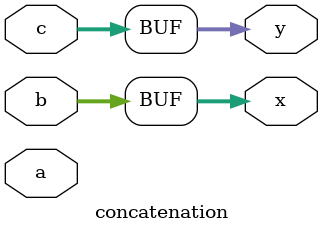
<source format=v>
module concatenation(a,b,c,x,y);   // Module declaration with inputs a, b, c and outputs x, y
  input [31:0]a,b,c;               // Input declarations a, b, c are 32-bit wide
  output [31:0]x,y;                // Output declarations x, y are 32-bit wide
  
  assign x = {a,b};                // Concatenates inputs a and b to form output x
  assign y = {a,b,c};              // Concatenates inputs a, b, and c to form output y
  
endmodule    

</source>
